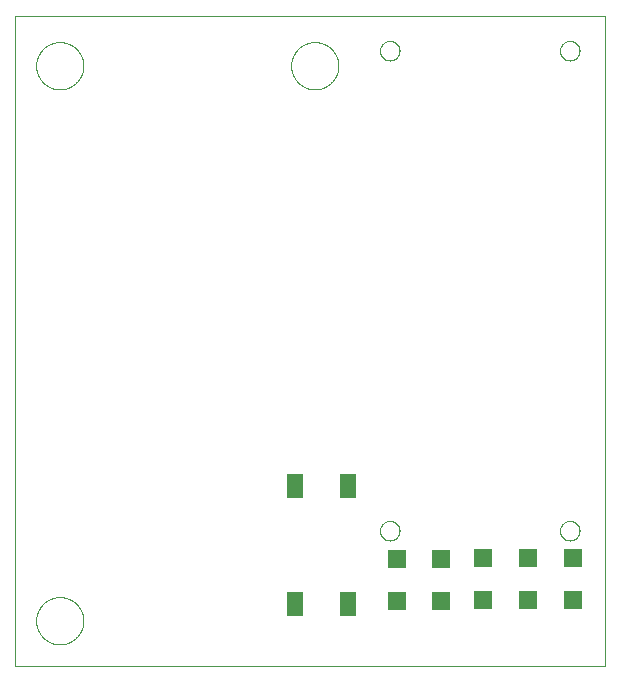
<source format=gtp>
G75*
%MOIN*%
%OFA0B0*%
%FSLAX25Y25*%
%IPPOS*%
%LPD*%
%AMOC8*
5,1,8,0,0,1.08239X$1,22.5*
%
%ADD10C,0.00000*%
%ADD11R,0.05906X0.05906*%
%ADD12R,0.05512X0.08268*%
D10*
X0001425Y0001000D02*
X0001425Y0217535D01*
X0198276Y0217535D01*
X0198276Y0001000D01*
X0001425Y0001000D01*
X0008551Y0016000D02*
X0008553Y0016193D01*
X0008560Y0016386D01*
X0008572Y0016579D01*
X0008589Y0016772D01*
X0008610Y0016964D01*
X0008636Y0017155D01*
X0008667Y0017346D01*
X0008702Y0017536D01*
X0008742Y0017725D01*
X0008787Y0017913D01*
X0008836Y0018100D01*
X0008890Y0018286D01*
X0008948Y0018470D01*
X0009011Y0018653D01*
X0009079Y0018834D01*
X0009150Y0019013D01*
X0009227Y0019191D01*
X0009307Y0019367D01*
X0009392Y0019540D01*
X0009481Y0019712D01*
X0009574Y0019881D01*
X0009671Y0020048D01*
X0009773Y0020213D01*
X0009878Y0020375D01*
X0009987Y0020534D01*
X0010101Y0020691D01*
X0010218Y0020844D01*
X0010338Y0020995D01*
X0010463Y0021143D01*
X0010591Y0021288D01*
X0010722Y0021429D01*
X0010857Y0021568D01*
X0010996Y0021703D01*
X0011137Y0021834D01*
X0011282Y0021962D01*
X0011430Y0022087D01*
X0011581Y0022207D01*
X0011734Y0022324D01*
X0011891Y0022438D01*
X0012050Y0022547D01*
X0012212Y0022652D01*
X0012377Y0022754D01*
X0012544Y0022851D01*
X0012713Y0022944D01*
X0012885Y0023033D01*
X0013058Y0023118D01*
X0013234Y0023198D01*
X0013412Y0023275D01*
X0013591Y0023346D01*
X0013772Y0023414D01*
X0013955Y0023477D01*
X0014139Y0023535D01*
X0014325Y0023589D01*
X0014512Y0023638D01*
X0014700Y0023683D01*
X0014889Y0023723D01*
X0015079Y0023758D01*
X0015270Y0023789D01*
X0015461Y0023815D01*
X0015653Y0023836D01*
X0015846Y0023853D01*
X0016039Y0023865D01*
X0016232Y0023872D01*
X0016425Y0023874D01*
X0016618Y0023872D01*
X0016811Y0023865D01*
X0017004Y0023853D01*
X0017197Y0023836D01*
X0017389Y0023815D01*
X0017580Y0023789D01*
X0017771Y0023758D01*
X0017961Y0023723D01*
X0018150Y0023683D01*
X0018338Y0023638D01*
X0018525Y0023589D01*
X0018711Y0023535D01*
X0018895Y0023477D01*
X0019078Y0023414D01*
X0019259Y0023346D01*
X0019438Y0023275D01*
X0019616Y0023198D01*
X0019792Y0023118D01*
X0019965Y0023033D01*
X0020137Y0022944D01*
X0020306Y0022851D01*
X0020473Y0022754D01*
X0020638Y0022652D01*
X0020800Y0022547D01*
X0020959Y0022438D01*
X0021116Y0022324D01*
X0021269Y0022207D01*
X0021420Y0022087D01*
X0021568Y0021962D01*
X0021713Y0021834D01*
X0021854Y0021703D01*
X0021993Y0021568D01*
X0022128Y0021429D01*
X0022259Y0021288D01*
X0022387Y0021143D01*
X0022512Y0020995D01*
X0022632Y0020844D01*
X0022749Y0020691D01*
X0022863Y0020534D01*
X0022972Y0020375D01*
X0023077Y0020213D01*
X0023179Y0020048D01*
X0023276Y0019881D01*
X0023369Y0019712D01*
X0023458Y0019540D01*
X0023543Y0019367D01*
X0023623Y0019191D01*
X0023700Y0019013D01*
X0023771Y0018834D01*
X0023839Y0018653D01*
X0023902Y0018470D01*
X0023960Y0018286D01*
X0024014Y0018100D01*
X0024063Y0017913D01*
X0024108Y0017725D01*
X0024148Y0017536D01*
X0024183Y0017346D01*
X0024214Y0017155D01*
X0024240Y0016964D01*
X0024261Y0016772D01*
X0024278Y0016579D01*
X0024290Y0016386D01*
X0024297Y0016193D01*
X0024299Y0016000D01*
X0024297Y0015807D01*
X0024290Y0015614D01*
X0024278Y0015421D01*
X0024261Y0015228D01*
X0024240Y0015036D01*
X0024214Y0014845D01*
X0024183Y0014654D01*
X0024148Y0014464D01*
X0024108Y0014275D01*
X0024063Y0014087D01*
X0024014Y0013900D01*
X0023960Y0013714D01*
X0023902Y0013530D01*
X0023839Y0013347D01*
X0023771Y0013166D01*
X0023700Y0012987D01*
X0023623Y0012809D01*
X0023543Y0012633D01*
X0023458Y0012460D01*
X0023369Y0012288D01*
X0023276Y0012119D01*
X0023179Y0011952D01*
X0023077Y0011787D01*
X0022972Y0011625D01*
X0022863Y0011466D01*
X0022749Y0011309D01*
X0022632Y0011156D01*
X0022512Y0011005D01*
X0022387Y0010857D01*
X0022259Y0010712D01*
X0022128Y0010571D01*
X0021993Y0010432D01*
X0021854Y0010297D01*
X0021713Y0010166D01*
X0021568Y0010038D01*
X0021420Y0009913D01*
X0021269Y0009793D01*
X0021116Y0009676D01*
X0020959Y0009562D01*
X0020800Y0009453D01*
X0020638Y0009348D01*
X0020473Y0009246D01*
X0020306Y0009149D01*
X0020137Y0009056D01*
X0019965Y0008967D01*
X0019792Y0008882D01*
X0019616Y0008802D01*
X0019438Y0008725D01*
X0019259Y0008654D01*
X0019078Y0008586D01*
X0018895Y0008523D01*
X0018711Y0008465D01*
X0018525Y0008411D01*
X0018338Y0008362D01*
X0018150Y0008317D01*
X0017961Y0008277D01*
X0017771Y0008242D01*
X0017580Y0008211D01*
X0017389Y0008185D01*
X0017197Y0008164D01*
X0017004Y0008147D01*
X0016811Y0008135D01*
X0016618Y0008128D01*
X0016425Y0008126D01*
X0016232Y0008128D01*
X0016039Y0008135D01*
X0015846Y0008147D01*
X0015653Y0008164D01*
X0015461Y0008185D01*
X0015270Y0008211D01*
X0015079Y0008242D01*
X0014889Y0008277D01*
X0014700Y0008317D01*
X0014512Y0008362D01*
X0014325Y0008411D01*
X0014139Y0008465D01*
X0013955Y0008523D01*
X0013772Y0008586D01*
X0013591Y0008654D01*
X0013412Y0008725D01*
X0013234Y0008802D01*
X0013058Y0008882D01*
X0012885Y0008967D01*
X0012713Y0009056D01*
X0012544Y0009149D01*
X0012377Y0009246D01*
X0012212Y0009348D01*
X0012050Y0009453D01*
X0011891Y0009562D01*
X0011734Y0009676D01*
X0011581Y0009793D01*
X0011430Y0009913D01*
X0011282Y0010038D01*
X0011137Y0010166D01*
X0010996Y0010297D01*
X0010857Y0010432D01*
X0010722Y0010571D01*
X0010591Y0010712D01*
X0010463Y0010857D01*
X0010338Y0011005D01*
X0010218Y0011156D01*
X0010101Y0011309D01*
X0009987Y0011466D01*
X0009878Y0011625D01*
X0009773Y0011787D01*
X0009671Y0011952D01*
X0009574Y0012119D01*
X0009481Y0012288D01*
X0009392Y0012460D01*
X0009307Y0012633D01*
X0009227Y0012809D01*
X0009150Y0012987D01*
X0009079Y0013166D01*
X0009011Y0013347D01*
X0008948Y0013530D01*
X0008890Y0013714D01*
X0008836Y0013900D01*
X0008787Y0014087D01*
X0008742Y0014275D01*
X0008702Y0014464D01*
X0008667Y0014654D01*
X0008636Y0014845D01*
X0008610Y0015036D01*
X0008589Y0015228D01*
X0008572Y0015421D01*
X0008560Y0015614D01*
X0008553Y0015807D01*
X0008551Y0016000D01*
X0123175Y0046000D02*
X0123177Y0046113D01*
X0123183Y0046227D01*
X0123193Y0046340D01*
X0123207Y0046452D01*
X0123224Y0046564D01*
X0123246Y0046676D01*
X0123272Y0046786D01*
X0123301Y0046896D01*
X0123334Y0047004D01*
X0123371Y0047112D01*
X0123412Y0047217D01*
X0123456Y0047322D01*
X0123504Y0047425D01*
X0123555Y0047526D01*
X0123610Y0047625D01*
X0123669Y0047722D01*
X0123731Y0047817D01*
X0123796Y0047910D01*
X0123864Y0048001D01*
X0123935Y0048089D01*
X0124010Y0048175D01*
X0124087Y0048258D01*
X0124167Y0048338D01*
X0124250Y0048415D01*
X0124336Y0048490D01*
X0124424Y0048561D01*
X0124515Y0048629D01*
X0124608Y0048694D01*
X0124703Y0048756D01*
X0124800Y0048815D01*
X0124899Y0048870D01*
X0125000Y0048921D01*
X0125103Y0048969D01*
X0125208Y0049013D01*
X0125313Y0049054D01*
X0125421Y0049091D01*
X0125529Y0049124D01*
X0125639Y0049153D01*
X0125749Y0049179D01*
X0125861Y0049201D01*
X0125973Y0049218D01*
X0126085Y0049232D01*
X0126198Y0049242D01*
X0126312Y0049248D01*
X0126425Y0049250D01*
X0126538Y0049248D01*
X0126652Y0049242D01*
X0126765Y0049232D01*
X0126877Y0049218D01*
X0126989Y0049201D01*
X0127101Y0049179D01*
X0127211Y0049153D01*
X0127321Y0049124D01*
X0127429Y0049091D01*
X0127537Y0049054D01*
X0127642Y0049013D01*
X0127747Y0048969D01*
X0127850Y0048921D01*
X0127951Y0048870D01*
X0128050Y0048815D01*
X0128147Y0048756D01*
X0128242Y0048694D01*
X0128335Y0048629D01*
X0128426Y0048561D01*
X0128514Y0048490D01*
X0128600Y0048415D01*
X0128683Y0048338D01*
X0128763Y0048258D01*
X0128840Y0048175D01*
X0128915Y0048089D01*
X0128986Y0048001D01*
X0129054Y0047910D01*
X0129119Y0047817D01*
X0129181Y0047722D01*
X0129240Y0047625D01*
X0129295Y0047526D01*
X0129346Y0047425D01*
X0129394Y0047322D01*
X0129438Y0047217D01*
X0129479Y0047112D01*
X0129516Y0047004D01*
X0129549Y0046896D01*
X0129578Y0046786D01*
X0129604Y0046676D01*
X0129626Y0046564D01*
X0129643Y0046452D01*
X0129657Y0046340D01*
X0129667Y0046227D01*
X0129673Y0046113D01*
X0129675Y0046000D01*
X0129673Y0045887D01*
X0129667Y0045773D01*
X0129657Y0045660D01*
X0129643Y0045548D01*
X0129626Y0045436D01*
X0129604Y0045324D01*
X0129578Y0045214D01*
X0129549Y0045104D01*
X0129516Y0044996D01*
X0129479Y0044888D01*
X0129438Y0044783D01*
X0129394Y0044678D01*
X0129346Y0044575D01*
X0129295Y0044474D01*
X0129240Y0044375D01*
X0129181Y0044278D01*
X0129119Y0044183D01*
X0129054Y0044090D01*
X0128986Y0043999D01*
X0128915Y0043911D01*
X0128840Y0043825D01*
X0128763Y0043742D01*
X0128683Y0043662D01*
X0128600Y0043585D01*
X0128514Y0043510D01*
X0128426Y0043439D01*
X0128335Y0043371D01*
X0128242Y0043306D01*
X0128147Y0043244D01*
X0128050Y0043185D01*
X0127951Y0043130D01*
X0127850Y0043079D01*
X0127747Y0043031D01*
X0127642Y0042987D01*
X0127537Y0042946D01*
X0127429Y0042909D01*
X0127321Y0042876D01*
X0127211Y0042847D01*
X0127101Y0042821D01*
X0126989Y0042799D01*
X0126877Y0042782D01*
X0126765Y0042768D01*
X0126652Y0042758D01*
X0126538Y0042752D01*
X0126425Y0042750D01*
X0126312Y0042752D01*
X0126198Y0042758D01*
X0126085Y0042768D01*
X0125973Y0042782D01*
X0125861Y0042799D01*
X0125749Y0042821D01*
X0125639Y0042847D01*
X0125529Y0042876D01*
X0125421Y0042909D01*
X0125313Y0042946D01*
X0125208Y0042987D01*
X0125103Y0043031D01*
X0125000Y0043079D01*
X0124899Y0043130D01*
X0124800Y0043185D01*
X0124703Y0043244D01*
X0124608Y0043306D01*
X0124515Y0043371D01*
X0124424Y0043439D01*
X0124336Y0043510D01*
X0124250Y0043585D01*
X0124167Y0043662D01*
X0124087Y0043742D01*
X0124010Y0043825D01*
X0123935Y0043911D01*
X0123864Y0043999D01*
X0123796Y0044090D01*
X0123731Y0044183D01*
X0123669Y0044278D01*
X0123610Y0044375D01*
X0123555Y0044474D01*
X0123504Y0044575D01*
X0123456Y0044678D01*
X0123412Y0044783D01*
X0123371Y0044888D01*
X0123334Y0044996D01*
X0123301Y0045104D01*
X0123272Y0045214D01*
X0123246Y0045324D01*
X0123224Y0045436D01*
X0123207Y0045548D01*
X0123193Y0045660D01*
X0123183Y0045773D01*
X0123177Y0045887D01*
X0123175Y0046000D01*
X0183175Y0046000D02*
X0183177Y0046113D01*
X0183183Y0046227D01*
X0183193Y0046340D01*
X0183207Y0046452D01*
X0183224Y0046564D01*
X0183246Y0046676D01*
X0183272Y0046786D01*
X0183301Y0046896D01*
X0183334Y0047004D01*
X0183371Y0047112D01*
X0183412Y0047217D01*
X0183456Y0047322D01*
X0183504Y0047425D01*
X0183555Y0047526D01*
X0183610Y0047625D01*
X0183669Y0047722D01*
X0183731Y0047817D01*
X0183796Y0047910D01*
X0183864Y0048001D01*
X0183935Y0048089D01*
X0184010Y0048175D01*
X0184087Y0048258D01*
X0184167Y0048338D01*
X0184250Y0048415D01*
X0184336Y0048490D01*
X0184424Y0048561D01*
X0184515Y0048629D01*
X0184608Y0048694D01*
X0184703Y0048756D01*
X0184800Y0048815D01*
X0184899Y0048870D01*
X0185000Y0048921D01*
X0185103Y0048969D01*
X0185208Y0049013D01*
X0185313Y0049054D01*
X0185421Y0049091D01*
X0185529Y0049124D01*
X0185639Y0049153D01*
X0185749Y0049179D01*
X0185861Y0049201D01*
X0185973Y0049218D01*
X0186085Y0049232D01*
X0186198Y0049242D01*
X0186312Y0049248D01*
X0186425Y0049250D01*
X0186538Y0049248D01*
X0186652Y0049242D01*
X0186765Y0049232D01*
X0186877Y0049218D01*
X0186989Y0049201D01*
X0187101Y0049179D01*
X0187211Y0049153D01*
X0187321Y0049124D01*
X0187429Y0049091D01*
X0187537Y0049054D01*
X0187642Y0049013D01*
X0187747Y0048969D01*
X0187850Y0048921D01*
X0187951Y0048870D01*
X0188050Y0048815D01*
X0188147Y0048756D01*
X0188242Y0048694D01*
X0188335Y0048629D01*
X0188426Y0048561D01*
X0188514Y0048490D01*
X0188600Y0048415D01*
X0188683Y0048338D01*
X0188763Y0048258D01*
X0188840Y0048175D01*
X0188915Y0048089D01*
X0188986Y0048001D01*
X0189054Y0047910D01*
X0189119Y0047817D01*
X0189181Y0047722D01*
X0189240Y0047625D01*
X0189295Y0047526D01*
X0189346Y0047425D01*
X0189394Y0047322D01*
X0189438Y0047217D01*
X0189479Y0047112D01*
X0189516Y0047004D01*
X0189549Y0046896D01*
X0189578Y0046786D01*
X0189604Y0046676D01*
X0189626Y0046564D01*
X0189643Y0046452D01*
X0189657Y0046340D01*
X0189667Y0046227D01*
X0189673Y0046113D01*
X0189675Y0046000D01*
X0189673Y0045887D01*
X0189667Y0045773D01*
X0189657Y0045660D01*
X0189643Y0045548D01*
X0189626Y0045436D01*
X0189604Y0045324D01*
X0189578Y0045214D01*
X0189549Y0045104D01*
X0189516Y0044996D01*
X0189479Y0044888D01*
X0189438Y0044783D01*
X0189394Y0044678D01*
X0189346Y0044575D01*
X0189295Y0044474D01*
X0189240Y0044375D01*
X0189181Y0044278D01*
X0189119Y0044183D01*
X0189054Y0044090D01*
X0188986Y0043999D01*
X0188915Y0043911D01*
X0188840Y0043825D01*
X0188763Y0043742D01*
X0188683Y0043662D01*
X0188600Y0043585D01*
X0188514Y0043510D01*
X0188426Y0043439D01*
X0188335Y0043371D01*
X0188242Y0043306D01*
X0188147Y0043244D01*
X0188050Y0043185D01*
X0187951Y0043130D01*
X0187850Y0043079D01*
X0187747Y0043031D01*
X0187642Y0042987D01*
X0187537Y0042946D01*
X0187429Y0042909D01*
X0187321Y0042876D01*
X0187211Y0042847D01*
X0187101Y0042821D01*
X0186989Y0042799D01*
X0186877Y0042782D01*
X0186765Y0042768D01*
X0186652Y0042758D01*
X0186538Y0042752D01*
X0186425Y0042750D01*
X0186312Y0042752D01*
X0186198Y0042758D01*
X0186085Y0042768D01*
X0185973Y0042782D01*
X0185861Y0042799D01*
X0185749Y0042821D01*
X0185639Y0042847D01*
X0185529Y0042876D01*
X0185421Y0042909D01*
X0185313Y0042946D01*
X0185208Y0042987D01*
X0185103Y0043031D01*
X0185000Y0043079D01*
X0184899Y0043130D01*
X0184800Y0043185D01*
X0184703Y0043244D01*
X0184608Y0043306D01*
X0184515Y0043371D01*
X0184424Y0043439D01*
X0184336Y0043510D01*
X0184250Y0043585D01*
X0184167Y0043662D01*
X0184087Y0043742D01*
X0184010Y0043825D01*
X0183935Y0043911D01*
X0183864Y0043999D01*
X0183796Y0044090D01*
X0183731Y0044183D01*
X0183669Y0044278D01*
X0183610Y0044375D01*
X0183555Y0044474D01*
X0183504Y0044575D01*
X0183456Y0044678D01*
X0183412Y0044783D01*
X0183371Y0044888D01*
X0183334Y0044996D01*
X0183301Y0045104D01*
X0183272Y0045214D01*
X0183246Y0045324D01*
X0183224Y0045436D01*
X0183207Y0045548D01*
X0183193Y0045660D01*
X0183183Y0045773D01*
X0183177Y0045887D01*
X0183175Y0046000D01*
X0093551Y0201000D02*
X0093553Y0201193D01*
X0093560Y0201386D01*
X0093572Y0201579D01*
X0093589Y0201772D01*
X0093610Y0201964D01*
X0093636Y0202155D01*
X0093667Y0202346D01*
X0093702Y0202536D01*
X0093742Y0202725D01*
X0093787Y0202913D01*
X0093836Y0203100D01*
X0093890Y0203286D01*
X0093948Y0203470D01*
X0094011Y0203653D01*
X0094079Y0203834D01*
X0094150Y0204013D01*
X0094227Y0204191D01*
X0094307Y0204367D01*
X0094392Y0204540D01*
X0094481Y0204712D01*
X0094574Y0204881D01*
X0094671Y0205048D01*
X0094773Y0205213D01*
X0094878Y0205375D01*
X0094987Y0205534D01*
X0095101Y0205691D01*
X0095218Y0205844D01*
X0095338Y0205995D01*
X0095463Y0206143D01*
X0095591Y0206288D01*
X0095722Y0206429D01*
X0095857Y0206568D01*
X0095996Y0206703D01*
X0096137Y0206834D01*
X0096282Y0206962D01*
X0096430Y0207087D01*
X0096581Y0207207D01*
X0096734Y0207324D01*
X0096891Y0207438D01*
X0097050Y0207547D01*
X0097212Y0207652D01*
X0097377Y0207754D01*
X0097544Y0207851D01*
X0097713Y0207944D01*
X0097885Y0208033D01*
X0098058Y0208118D01*
X0098234Y0208198D01*
X0098412Y0208275D01*
X0098591Y0208346D01*
X0098772Y0208414D01*
X0098955Y0208477D01*
X0099139Y0208535D01*
X0099325Y0208589D01*
X0099512Y0208638D01*
X0099700Y0208683D01*
X0099889Y0208723D01*
X0100079Y0208758D01*
X0100270Y0208789D01*
X0100461Y0208815D01*
X0100653Y0208836D01*
X0100846Y0208853D01*
X0101039Y0208865D01*
X0101232Y0208872D01*
X0101425Y0208874D01*
X0101618Y0208872D01*
X0101811Y0208865D01*
X0102004Y0208853D01*
X0102197Y0208836D01*
X0102389Y0208815D01*
X0102580Y0208789D01*
X0102771Y0208758D01*
X0102961Y0208723D01*
X0103150Y0208683D01*
X0103338Y0208638D01*
X0103525Y0208589D01*
X0103711Y0208535D01*
X0103895Y0208477D01*
X0104078Y0208414D01*
X0104259Y0208346D01*
X0104438Y0208275D01*
X0104616Y0208198D01*
X0104792Y0208118D01*
X0104965Y0208033D01*
X0105137Y0207944D01*
X0105306Y0207851D01*
X0105473Y0207754D01*
X0105638Y0207652D01*
X0105800Y0207547D01*
X0105959Y0207438D01*
X0106116Y0207324D01*
X0106269Y0207207D01*
X0106420Y0207087D01*
X0106568Y0206962D01*
X0106713Y0206834D01*
X0106854Y0206703D01*
X0106993Y0206568D01*
X0107128Y0206429D01*
X0107259Y0206288D01*
X0107387Y0206143D01*
X0107512Y0205995D01*
X0107632Y0205844D01*
X0107749Y0205691D01*
X0107863Y0205534D01*
X0107972Y0205375D01*
X0108077Y0205213D01*
X0108179Y0205048D01*
X0108276Y0204881D01*
X0108369Y0204712D01*
X0108458Y0204540D01*
X0108543Y0204367D01*
X0108623Y0204191D01*
X0108700Y0204013D01*
X0108771Y0203834D01*
X0108839Y0203653D01*
X0108902Y0203470D01*
X0108960Y0203286D01*
X0109014Y0203100D01*
X0109063Y0202913D01*
X0109108Y0202725D01*
X0109148Y0202536D01*
X0109183Y0202346D01*
X0109214Y0202155D01*
X0109240Y0201964D01*
X0109261Y0201772D01*
X0109278Y0201579D01*
X0109290Y0201386D01*
X0109297Y0201193D01*
X0109299Y0201000D01*
X0109297Y0200807D01*
X0109290Y0200614D01*
X0109278Y0200421D01*
X0109261Y0200228D01*
X0109240Y0200036D01*
X0109214Y0199845D01*
X0109183Y0199654D01*
X0109148Y0199464D01*
X0109108Y0199275D01*
X0109063Y0199087D01*
X0109014Y0198900D01*
X0108960Y0198714D01*
X0108902Y0198530D01*
X0108839Y0198347D01*
X0108771Y0198166D01*
X0108700Y0197987D01*
X0108623Y0197809D01*
X0108543Y0197633D01*
X0108458Y0197460D01*
X0108369Y0197288D01*
X0108276Y0197119D01*
X0108179Y0196952D01*
X0108077Y0196787D01*
X0107972Y0196625D01*
X0107863Y0196466D01*
X0107749Y0196309D01*
X0107632Y0196156D01*
X0107512Y0196005D01*
X0107387Y0195857D01*
X0107259Y0195712D01*
X0107128Y0195571D01*
X0106993Y0195432D01*
X0106854Y0195297D01*
X0106713Y0195166D01*
X0106568Y0195038D01*
X0106420Y0194913D01*
X0106269Y0194793D01*
X0106116Y0194676D01*
X0105959Y0194562D01*
X0105800Y0194453D01*
X0105638Y0194348D01*
X0105473Y0194246D01*
X0105306Y0194149D01*
X0105137Y0194056D01*
X0104965Y0193967D01*
X0104792Y0193882D01*
X0104616Y0193802D01*
X0104438Y0193725D01*
X0104259Y0193654D01*
X0104078Y0193586D01*
X0103895Y0193523D01*
X0103711Y0193465D01*
X0103525Y0193411D01*
X0103338Y0193362D01*
X0103150Y0193317D01*
X0102961Y0193277D01*
X0102771Y0193242D01*
X0102580Y0193211D01*
X0102389Y0193185D01*
X0102197Y0193164D01*
X0102004Y0193147D01*
X0101811Y0193135D01*
X0101618Y0193128D01*
X0101425Y0193126D01*
X0101232Y0193128D01*
X0101039Y0193135D01*
X0100846Y0193147D01*
X0100653Y0193164D01*
X0100461Y0193185D01*
X0100270Y0193211D01*
X0100079Y0193242D01*
X0099889Y0193277D01*
X0099700Y0193317D01*
X0099512Y0193362D01*
X0099325Y0193411D01*
X0099139Y0193465D01*
X0098955Y0193523D01*
X0098772Y0193586D01*
X0098591Y0193654D01*
X0098412Y0193725D01*
X0098234Y0193802D01*
X0098058Y0193882D01*
X0097885Y0193967D01*
X0097713Y0194056D01*
X0097544Y0194149D01*
X0097377Y0194246D01*
X0097212Y0194348D01*
X0097050Y0194453D01*
X0096891Y0194562D01*
X0096734Y0194676D01*
X0096581Y0194793D01*
X0096430Y0194913D01*
X0096282Y0195038D01*
X0096137Y0195166D01*
X0095996Y0195297D01*
X0095857Y0195432D01*
X0095722Y0195571D01*
X0095591Y0195712D01*
X0095463Y0195857D01*
X0095338Y0196005D01*
X0095218Y0196156D01*
X0095101Y0196309D01*
X0094987Y0196466D01*
X0094878Y0196625D01*
X0094773Y0196787D01*
X0094671Y0196952D01*
X0094574Y0197119D01*
X0094481Y0197288D01*
X0094392Y0197460D01*
X0094307Y0197633D01*
X0094227Y0197809D01*
X0094150Y0197987D01*
X0094079Y0198166D01*
X0094011Y0198347D01*
X0093948Y0198530D01*
X0093890Y0198714D01*
X0093836Y0198900D01*
X0093787Y0199087D01*
X0093742Y0199275D01*
X0093702Y0199464D01*
X0093667Y0199654D01*
X0093636Y0199845D01*
X0093610Y0200036D01*
X0093589Y0200228D01*
X0093572Y0200421D01*
X0093560Y0200614D01*
X0093553Y0200807D01*
X0093551Y0201000D01*
X0123175Y0206000D02*
X0123177Y0206113D01*
X0123183Y0206227D01*
X0123193Y0206340D01*
X0123207Y0206452D01*
X0123224Y0206564D01*
X0123246Y0206676D01*
X0123272Y0206786D01*
X0123301Y0206896D01*
X0123334Y0207004D01*
X0123371Y0207112D01*
X0123412Y0207217D01*
X0123456Y0207322D01*
X0123504Y0207425D01*
X0123555Y0207526D01*
X0123610Y0207625D01*
X0123669Y0207722D01*
X0123731Y0207817D01*
X0123796Y0207910D01*
X0123864Y0208001D01*
X0123935Y0208089D01*
X0124010Y0208175D01*
X0124087Y0208258D01*
X0124167Y0208338D01*
X0124250Y0208415D01*
X0124336Y0208490D01*
X0124424Y0208561D01*
X0124515Y0208629D01*
X0124608Y0208694D01*
X0124703Y0208756D01*
X0124800Y0208815D01*
X0124899Y0208870D01*
X0125000Y0208921D01*
X0125103Y0208969D01*
X0125208Y0209013D01*
X0125313Y0209054D01*
X0125421Y0209091D01*
X0125529Y0209124D01*
X0125639Y0209153D01*
X0125749Y0209179D01*
X0125861Y0209201D01*
X0125973Y0209218D01*
X0126085Y0209232D01*
X0126198Y0209242D01*
X0126312Y0209248D01*
X0126425Y0209250D01*
X0126538Y0209248D01*
X0126652Y0209242D01*
X0126765Y0209232D01*
X0126877Y0209218D01*
X0126989Y0209201D01*
X0127101Y0209179D01*
X0127211Y0209153D01*
X0127321Y0209124D01*
X0127429Y0209091D01*
X0127537Y0209054D01*
X0127642Y0209013D01*
X0127747Y0208969D01*
X0127850Y0208921D01*
X0127951Y0208870D01*
X0128050Y0208815D01*
X0128147Y0208756D01*
X0128242Y0208694D01*
X0128335Y0208629D01*
X0128426Y0208561D01*
X0128514Y0208490D01*
X0128600Y0208415D01*
X0128683Y0208338D01*
X0128763Y0208258D01*
X0128840Y0208175D01*
X0128915Y0208089D01*
X0128986Y0208001D01*
X0129054Y0207910D01*
X0129119Y0207817D01*
X0129181Y0207722D01*
X0129240Y0207625D01*
X0129295Y0207526D01*
X0129346Y0207425D01*
X0129394Y0207322D01*
X0129438Y0207217D01*
X0129479Y0207112D01*
X0129516Y0207004D01*
X0129549Y0206896D01*
X0129578Y0206786D01*
X0129604Y0206676D01*
X0129626Y0206564D01*
X0129643Y0206452D01*
X0129657Y0206340D01*
X0129667Y0206227D01*
X0129673Y0206113D01*
X0129675Y0206000D01*
X0129673Y0205887D01*
X0129667Y0205773D01*
X0129657Y0205660D01*
X0129643Y0205548D01*
X0129626Y0205436D01*
X0129604Y0205324D01*
X0129578Y0205214D01*
X0129549Y0205104D01*
X0129516Y0204996D01*
X0129479Y0204888D01*
X0129438Y0204783D01*
X0129394Y0204678D01*
X0129346Y0204575D01*
X0129295Y0204474D01*
X0129240Y0204375D01*
X0129181Y0204278D01*
X0129119Y0204183D01*
X0129054Y0204090D01*
X0128986Y0203999D01*
X0128915Y0203911D01*
X0128840Y0203825D01*
X0128763Y0203742D01*
X0128683Y0203662D01*
X0128600Y0203585D01*
X0128514Y0203510D01*
X0128426Y0203439D01*
X0128335Y0203371D01*
X0128242Y0203306D01*
X0128147Y0203244D01*
X0128050Y0203185D01*
X0127951Y0203130D01*
X0127850Y0203079D01*
X0127747Y0203031D01*
X0127642Y0202987D01*
X0127537Y0202946D01*
X0127429Y0202909D01*
X0127321Y0202876D01*
X0127211Y0202847D01*
X0127101Y0202821D01*
X0126989Y0202799D01*
X0126877Y0202782D01*
X0126765Y0202768D01*
X0126652Y0202758D01*
X0126538Y0202752D01*
X0126425Y0202750D01*
X0126312Y0202752D01*
X0126198Y0202758D01*
X0126085Y0202768D01*
X0125973Y0202782D01*
X0125861Y0202799D01*
X0125749Y0202821D01*
X0125639Y0202847D01*
X0125529Y0202876D01*
X0125421Y0202909D01*
X0125313Y0202946D01*
X0125208Y0202987D01*
X0125103Y0203031D01*
X0125000Y0203079D01*
X0124899Y0203130D01*
X0124800Y0203185D01*
X0124703Y0203244D01*
X0124608Y0203306D01*
X0124515Y0203371D01*
X0124424Y0203439D01*
X0124336Y0203510D01*
X0124250Y0203585D01*
X0124167Y0203662D01*
X0124087Y0203742D01*
X0124010Y0203825D01*
X0123935Y0203911D01*
X0123864Y0203999D01*
X0123796Y0204090D01*
X0123731Y0204183D01*
X0123669Y0204278D01*
X0123610Y0204375D01*
X0123555Y0204474D01*
X0123504Y0204575D01*
X0123456Y0204678D01*
X0123412Y0204783D01*
X0123371Y0204888D01*
X0123334Y0204996D01*
X0123301Y0205104D01*
X0123272Y0205214D01*
X0123246Y0205324D01*
X0123224Y0205436D01*
X0123207Y0205548D01*
X0123193Y0205660D01*
X0123183Y0205773D01*
X0123177Y0205887D01*
X0123175Y0206000D01*
X0183175Y0206000D02*
X0183177Y0206113D01*
X0183183Y0206227D01*
X0183193Y0206340D01*
X0183207Y0206452D01*
X0183224Y0206564D01*
X0183246Y0206676D01*
X0183272Y0206786D01*
X0183301Y0206896D01*
X0183334Y0207004D01*
X0183371Y0207112D01*
X0183412Y0207217D01*
X0183456Y0207322D01*
X0183504Y0207425D01*
X0183555Y0207526D01*
X0183610Y0207625D01*
X0183669Y0207722D01*
X0183731Y0207817D01*
X0183796Y0207910D01*
X0183864Y0208001D01*
X0183935Y0208089D01*
X0184010Y0208175D01*
X0184087Y0208258D01*
X0184167Y0208338D01*
X0184250Y0208415D01*
X0184336Y0208490D01*
X0184424Y0208561D01*
X0184515Y0208629D01*
X0184608Y0208694D01*
X0184703Y0208756D01*
X0184800Y0208815D01*
X0184899Y0208870D01*
X0185000Y0208921D01*
X0185103Y0208969D01*
X0185208Y0209013D01*
X0185313Y0209054D01*
X0185421Y0209091D01*
X0185529Y0209124D01*
X0185639Y0209153D01*
X0185749Y0209179D01*
X0185861Y0209201D01*
X0185973Y0209218D01*
X0186085Y0209232D01*
X0186198Y0209242D01*
X0186312Y0209248D01*
X0186425Y0209250D01*
X0186538Y0209248D01*
X0186652Y0209242D01*
X0186765Y0209232D01*
X0186877Y0209218D01*
X0186989Y0209201D01*
X0187101Y0209179D01*
X0187211Y0209153D01*
X0187321Y0209124D01*
X0187429Y0209091D01*
X0187537Y0209054D01*
X0187642Y0209013D01*
X0187747Y0208969D01*
X0187850Y0208921D01*
X0187951Y0208870D01*
X0188050Y0208815D01*
X0188147Y0208756D01*
X0188242Y0208694D01*
X0188335Y0208629D01*
X0188426Y0208561D01*
X0188514Y0208490D01*
X0188600Y0208415D01*
X0188683Y0208338D01*
X0188763Y0208258D01*
X0188840Y0208175D01*
X0188915Y0208089D01*
X0188986Y0208001D01*
X0189054Y0207910D01*
X0189119Y0207817D01*
X0189181Y0207722D01*
X0189240Y0207625D01*
X0189295Y0207526D01*
X0189346Y0207425D01*
X0189394Y0207322D01*
X0189438Y0207217D01*
X0189479Y0207112D01*
X0189516Y0207004D01*
X0189549Y0206896D01*
X0189578Y0206786D01*
X0189604Y0206676D01*
X0189626Y0206564D01*
X0189643Y0206452D01*
X0189657Y0206340D01*
X0189667Y0206227D01*
X0189673Y0206113D01*
X0189675Y0206000D01*
X0189673Y0205887D01*
X0189667Y0205773D01*
X0189657Y0205660D01*
X0189643Y0205548D01*
X0189626Y0205436D01*
X0189604Y0205324D01*
X0189578Y0205214D01*
X0189549Y0205104D01*
X0189516Y0204996D01*
X0189479Y0204888D01*
X0189438Y0204783D01*
X0189394Y0204678D01*
X0189346Y0204575D01*
X0189295Y0204474D01*
X0189240Y0204375D01*
X0189181Y0204278D01*
X0189119Y0204183D01*
X0189054Y0204090D01*
X0188986Y0203999D01*
X0188915Y0203911D01*
X0188840Y0203825D01*
X0188763Y0203742D01*
X0188683Y0203662D01*
X0188600Y0203585D01*
X0188514Y0203510D01*
X0188426Y0203439D01*
X0188335Y0203371D01*
X0188242Y0203306D01*
X0188147Y0203244D01*
X0188050Y0203185D01*
X0187951Y0203130D01*
X0187850Y0203079D01*
X0187747Y0203031D01*
X0187642Y0202987D01*
X0187537Y0202946D01*
X0187429Y0202909D01*
X0187321Y0202876D01*
X0187211Y0202847D01*
X0187101Y0202821D01*
X0186989Y0202799D01*
X0186877Y0202782D01*
X0186765Y0202768D01*
X0186652Y0202758D01*
X0186538Y0202752D01*
X0186425Y0202750D01*
X0186312Y0202752D01*
X0186198Y0202758D01*
X0186085Y0202768D01*
X0185973Y0202782D01*
X0185861Y0202799D01*
X0185749Y0202821D01*
X0185639Y0202847D01*
X0185529Y0202876D01*
X0185421Y0202909D01*
X0185313Y0202946D01*
X0185208Y0202987D01*
X0185103Y0203031D01*
X0185000Y0203079D01*
X0184899Y0203130D01*
X0184800Y0203185D01*
X0184703Y0203244D01*
X0184608Y0203306D01*
X0184515Y0203371D01*
X0184424Y0203439D01*
X0184336Y0203510D01*
X0184250Y0203585D01*
X0184167Y0203662D01*
X0184087Y0203742D01*
X0184010Y0203825D01*
X0183935Y0203911D01*
X0183864Y0203999D01*
X0183796Y0204090D01*
X0183731Y0204183D01*
X0183669Y0204278D01*
X0183610Y0204375D01*
X0183555Y0204474D01*
X0183504Y0204575D01*
X0183456Y0204678D01*
X0183412Y0204783D01*
X0183371Y0204888D01*
X0183334Y0204996D01*
X0183301Y0205104D01*
X0183272Y0205214D01*
X0183246Y0205324D01*
X0183224Y0205436D01*
X0183207Y0205548D01*
X0183193Y0205660D01*
X0183183Y0205773D01*
X0183177Y0205887D01*
X0183175Y0206000D01*
X0008551Y0201000D02*
X0008553Y0201193D01*
X0008560Y0201386D01*
X0008572Y0201579D01*
X0008589Y0201772D01*
X0008610Y0201964D01*
X0008636Y0202155D01*
X0008667Y0202346D01*
X0008702Y0202536D01*
X0008742Y0202725D01*
X0008787Y0202913D01*
X0008836Y0203100D01*
X0008890Y0203286D01*
X0008948Y0203470D01*
X0009011Y0203653D01*
X0009079Y0203834D01*
X0009150Y0204013D01*
X0009227Y0204191D01*
X0009307Y0204367D01*
X0009392Y0204540D01*
X0009481Y0204712D01*
X0009574Y0204881D01*
X0009671Y0205048D01*
X0009773Y0205213D01*
X0009878Y0205375D01*
X0009987Y0205534D01*
X0010101Y0205691D01*
X0010218Y0205844D01*
X0010338Y0205995D01*
X0010463Y0206143D01*
X0010591Y0206288D01*
X0010722Y0206429D01*
X0010857Y0206568D01*
X0010996Y0206703D01*
X0011137Y0206834D01*
X0011282Y0206962D01*
X0011430Y0207087D01*
X0011581Y0207207D01*
X0011734Y0207324D01*
X0011891Y0207438D01*
X0012050Y0207547D01*
X0012212Y0207652D01*
X0012377Y0207754D01*
X0012544Y0207851D01*
X0012713Y0207944D01*
X0012885Y0208033D01*
X0013058Y0208118D01*
X0013234Y0208198D01*
X0013412Y0208275D01*
X0013591Y0208346D01*
X0013772Y0208414D01*
X0013955Y0208477D01*
X0014139Y0208535D01*
X0014325Y0208589D01*
X0014512Y0208638D01*
X0014700Y0208683D01*
X0014889Y0208723D01*
X0015079Y0208758D01*
X0015270Y0208789D01*
X0015461Y0208815D01*
X0015653Y0208836D01*
X0015846Y0208853D01*
X0016039Y0208865D01*
X0016232Y0208872D01*
X0016425Y0208874D01*
X0016618Y0208872D01*
X0016811Y0208865D01*
X0017004Y0208853D01*
X0017197Y0208836D01*
X0017389Y0208815D01*
X0017580Y0208789D01*
X0017771Y0208758D01*
X0017961Y0208723D01*
X0018150Y0208683D01*
X0018338Y0208638D01*
X0018525Y0208589D01*
X0018711Y0208535D01*
X0018895Y0208477D01*
X0019078Y0208414D01*
X0019259Y0208346D01*
X0019438Y0208275D01*
X0019616Y0208198D01*
X0019792Y0208118D01*
X0019965Y0208033D01*
X0020137Y0207944D01*
X0020306Y0207851D01*
X0020473Y0207754D01*
X0020638Y0207652D01*
X0020800Y0207547D01*
X0020959Y0207438D01*
X0021116Y0207324D01*
X0021269Y0207207D01*
X0021420Y0207087D01*
X0021568Y0206962D01*
X0021713Y0206834D01*
X0021854Y0206703D01*
X0021993Y0206568D01*
X0022128Y0206429D01*
X0022259Y0206288D01*
X0022387Y0206143D01*
X0022512Y0205995D01*
X0022632Y0205844D01*
X0022749Y0205691D01*
X0022863Y0205534D01*
X0022972Y0205375D01*
X0023077Y0205213D01*
X0023179Y0205048D01*
X0023276Y0204881D01*
X0023369Y0204712D01*
X0023458Y0204540D01*
X0023543Y0204367D01*
X0023623Y0204191D01*
X0023700Y0204013D01*
X0023771Y0203834D01*
X0023839Y0203653D01*
X0023902Y0203470D01*
X0023960Y0203286D01*
X0024014Y0203100D01*
X0024063Y0202913D01*
X0024108Y0202725D01*
X0024148Y0202536D01*
X0024183Y0202346D01*
X0024214Y0202155D01*
X0024240Y0201964D01*
X0024261Y0201772D01*
X0024278Y0201579D01*
X0024290Y0201386D01*
X0024297Y0201193D01*
X0024299Y0201000D01*
X0024297Y0200807D01*
X0024290Y0200614D01*
X0024278Y0200421D01*
X0024261Y0200228D01*
X0024240Y0200036D01*
X0024214Y0199845D01*
X0024183Y0199654D01*
X0024148Y0199464D01*
X0024108Y0199275D01*
X0024063Y0199087D01*
X0024014Y0198900D01*
X0023960Y0198714D01*
X0023902Y0198530D01*
X0023839Y0198347D01*
X0023771Y0198166D01*
X0023700Y0197987D01*
X0023623Y0197809D01*
X0023543Y0197633D01*
X0023458Y0197460D01*
X0023369Y0197288D01*
X0023276Y0197119D01*
X0023179Y0196952D01*
X0023077Y0196787D01*
X0022972Y0196625D01*
X0022863Y0196466D01*
X0022749Y0196309D01*
X0022632Y0196156D01*
X0022512Y0196005D01*
X0022387Y0195857D01*
X0022259Y0195712D01*
X0022128Y0195571D01*
X0021993Y0195432D01*
X0021854Y0195297D01*
X0021713Y0195166D01*
X0021568Y0195038D01*
X0021420Y0194913D01*
X0021269Y0194793D01*
X0021116Y0194676D01*
X0020959Y0194562D01*
X0020800Y0194453D01*
X0020638Y0194348D01*
X0020473Y0194246D01*
X0020306Y0194149D01*
X0020137Y0194056D01*
X0019965Y0193967D01*
X0019792Y0193882D01*
X0019616Y0193802D01*
X0019438Y0193725D01*
X0019259Y0193654D01*
X0019078Y0193586D01*
X0018895Y0193523D01*
X0018711Y0193465D01*
X0018525Y0193411D01*
X0018338Y0193362D01*
X0018150Y0193317D01*
X0017961Y0193277D01*
X0017771Y0193242D01*
X0017580Y0193211D01*
X0017389Y0193185D01*
X0017197Y0193164D01*
X0017004Y0193147D01*
X0016811Y0193135D01*
X0016618Y0193128D01*
X0016425Y0193126D01*
X0016232Y0193128D01*
X0016039Y0193135D01*
X0015846Y0193147D01*
X0015653Y0193164D01*
X0015461Y0193185D01*
X0015270Y0193211D01*
X0015079Y0193242D01*
X0014889Y0193277D01*
X0014700Y0193317D01*
X0014512Y0193362D01*
X0014325Y0193411D01*
X0014139Y0193465D01*
X0013955Y0193523D01*
X0013772Y0193586D01*
X0013591Y0193654D01*
X0013412Y0193725D01*
X0013234Y0193802D01*
X0013058Y0193882D01*
X0012885Y0193967D01*
X0012713Y0194056D01*
X0012544Y0194149D01*
X0012377Y0194246D01*
X0012212Y0194348D01*
X0012050Y0194453D01*
X0011891Y0194562D01*
X0011734Y0194676D01*
X0011581Y0194793D01*
X0011430Y0194913D01*
X0011282Y0195038D01*
X0011137Y0195166D01*
X0010996Y0195297D01*
X0010857Y0195432D01*
X0010722Y0195571D01*
X0010591Y0195712D01*
X0010463Y0195857D01*
X0010338Y0196005D01*
X0010218Y0196156D01*
X0010101Y0196309D01*
X0009987Y0196466D01*
X0009878Y0196625D01*
X0009773Y0196787D01*
X0009671Y0196952D01*
X0009574Y0197119D01*
X0009481Y0197288D01*
X0009392Y0197460D01*
X0009307Y0197633D01*
X0009227Y0197809D01*
X0009150Y0197987D01*
X0009079Y0198166D01*
X0009011Y0198347D01*
X0008948Y0198530D01*
X0008890Y0198714D01*
X0008836Y0198900D01*
X0008787Y0199087D01*
X0008742Y0199275D01*
X0008702Y0199464D01*
X0008667Y0199654D01*
X0008636Y0199845D01*
X0008610Y0200036D01*
X0008589Y0200228D01*
X0008572Y0200421D01*
X0008560Y0200614D01*
X0008553Y0200807D01*
X0008551Y0201000D01*
D11*
X0128866Y0036472D03*
X0128866Y0022693D03*
X0143394Y0022693D03*
X0143394Y0036472D03*
X0157449Y0036827D03*
X0157449Y0023047D03*
X0172449Y0023047D03*
X0172449Y0036827D03*
X0187449Y0036827D03*
X0187449Y0023047D03*
D12*
X0112488Y0021650D03*
X0094772Y0021650D03*
X0094772Y0061020D03*
X0112488Y0061020D03*
M02*

</source>
